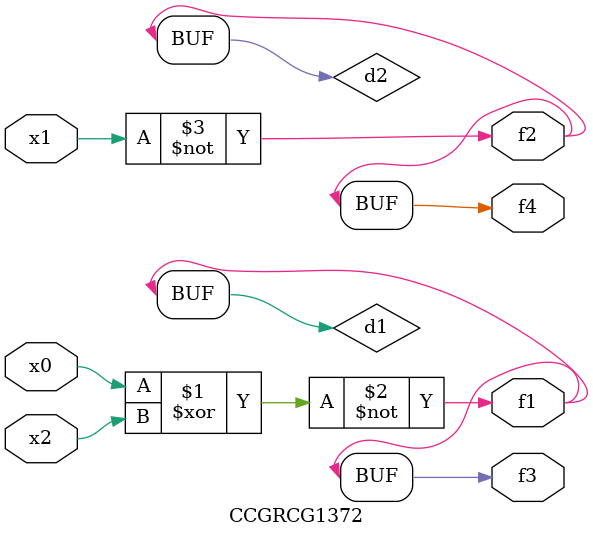
<source format=v>
module CCGRCG1372(
	input x0, x1, x2,
	output f1, f2, f3, f4
);

	wire d1, d2, d3;

	xnor (d1, x0, x2);
	nand (d2, x1);
	nor (d3, x1, x2);
	assign f1 = d1;
	assign f2 = d2;
	assign f3 = d1;
	assign f4 = d2;
endmodule

</source>
